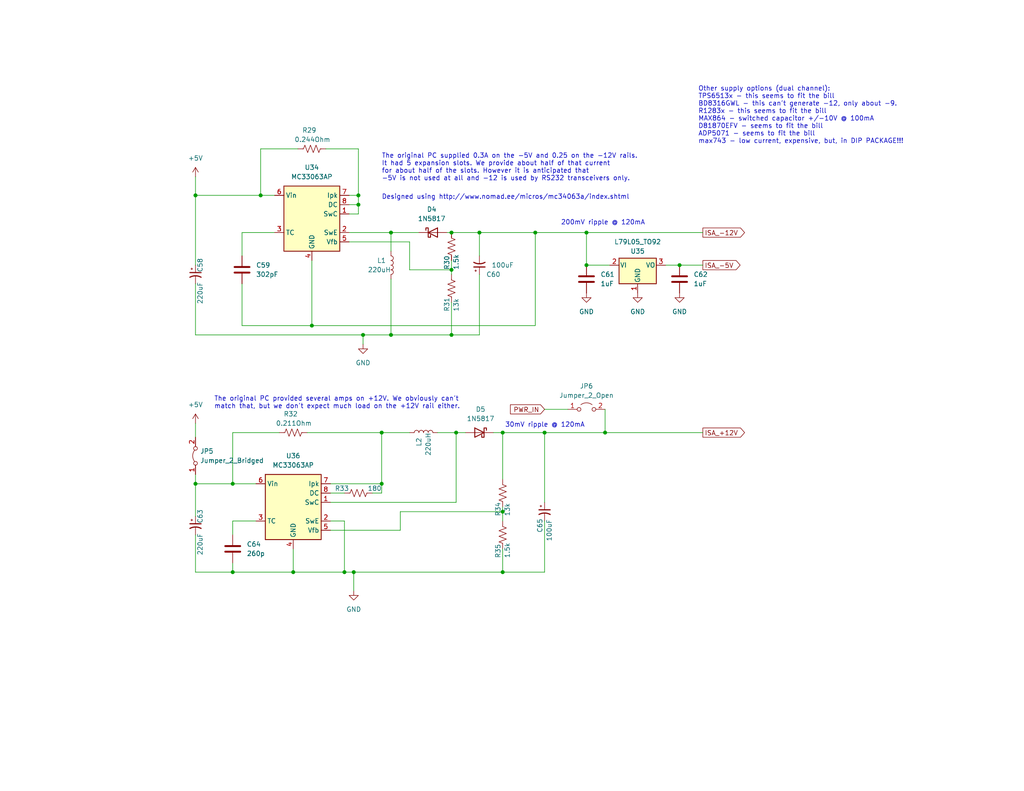
<source format=kicad_sch>
(kicad_sch (version 20231120) (generator "eeschema") (generator_version "8.0")
  (paper "USLetter")
  (title_block (title "ISA Power Supplies"))
  (lib_symbols
    (symbol "Device:C" (pin_numbers hide) (pin_names (offset 0.254))
      (property "Reference" "C" (at 0.635 2.54 0))
      (property "Value" "C" (at 0.635 -2.54 0))
      (symbol "C_0_1"
        (polyline (pts (xy -2.032 -0.762) (xy 2.032 -0.762)) (stroke (width 0.508)))
        (polyline (pts (xy -2.032 0.762) (xy 2.032 0.762)) (stroke (width 0.508)))
      )
      (symbol "C_1_1"
        (pin passive line (at 0 3.81 270) (length 2.794) (name "~") (number "1"))
        (pin passive line (at 0 -3.81 90) (length 2.794) (name "~") (number "2"))
      )
    )
    (symbol "Device:C_Polarized_Small_US" (pin_numbers hide) (pin_names (offset 0.254) hide)
      (property "Reference" "C" (at 0.254 1.778 0))
      (property "Value" "C_Polarized_Small_US" (at 0.254 -2.032 0))
      (symbol "C_Polarized_Small_US_0_1"
        (polyline (pts (xy -1.524 0.508) (xy 1.524 0.508)) (stroke (width 0.3048)))
        (polyline (pts (xy -1.27 1.524) (xy -0.762 1.524)))
        (polyline (pts (xy -1.016 1.27) (xy -1.016 1.778)))
        (arc (start 1.524 -0.762) (mid 0 -0.3734) (end -1.524 -0.762) (stroke (width 0.3048)))
      )
      (symbol "C_Polarized_Small_US_1_1"
        (pin passive line (at 0 2.54 270) (length 2.032) (name "~") (number "1"))
        (pin passive line (at 0 -2.54 90) (length 2.032) (name "~") (number "2"))
      )
    )
    (symbol "Device:L" (pin_numbers hide) (pin_names (offset 1.016) hide)
      (property "Reference" "L" (at -1.27 0 90))
      (property "Value" "L" (at 1.905 0 90))
      (symbol "L_0_1"
        (arc (start 0 -2.54) (mid 0.6323 -1.905) (end 0 -1.27))
        (arc (start 0 -1.27) (mid 0.6323 -0.635) (end 0 0))
        (arc (start 0 0) (mid 0.6323 0.635) (end 0 1.27))
        (arc (start 0 1.27) (mid 0.6323 1.905) (end 0 2.54))
      )
      (symbol "L_1_1"
        (pin passive line (at 0 3.81 270) (length 1.27) (name "1") (number "1"))
        (pin passive line (at 0 -3.81 90) (length 1.27) (name "2") (number "2"))
      )
    )
    (symbol "Device:R_US" (pin_numbers hide) (pin_names (offset 0))
      (property "Reference" "R" (at 2.54 0 90))
      (property "Value" "R_US" (at -2.54 0 90))
      (symbol "R_US_0_1"
        (polyline (pts (xy 0 -2.286) (xy 0 -2.54)))
        (polyline (pts (xy 0 2.286) (xy 0 2.54)))
        (polyline (pts (xy 0 -0.762) (xy 1.016 -1.143) (xy 0 -1.524) (xy -1.016 -1.905) (xy 0 -2.286)))
        (polyline (pts (xy 0 0.762) (xy 1.016 0.381) (xy 0 0) (xy -1.016 -0.381) (xy 0 -0.762)))
        (polyline (pts (xy 0 2.286) (xy 1.016 1.905) (xy 0 1.524) (xy -1.016 1.143) (xy 0 0.762)))
      )
      (symbol "R_US_1_1"
        (pin passive line (at 0 3.81 270) (length 1.27) (name "~") (number "1"))
        (pin passive line (at 0 -3.81 90) (length 1.27) (name "~") (number "2"))
      )
    )
    (symbol "Diode:1N5817" (pin_numbers hide) (pin_names (offset 1.016) hide)
      (property "Reference" "D" (at 0 2.54 0))
      (property "Value" "1N5817" (at 0 -2.54 0))
      (symbol "1N5817_0_1"
        (polyline (pts (xy 1.27 0) (xy -1.27 0)))
        (polyline (pts (xy 1.27 1.27) (xy 1.27 -1.27) (xy -1.27 0) (xy 1.27 1.27)) (stroke (width 0.254)))
        (polyline (pts (xy -1.905 0.635) (xy -1.905 1.27) (xy -1.27 1.27) (xy -1.27 -1.27) (xy -0.635 -1.27) (xy -0.635 -0.635)) (stroke (width 0.254)))
      )
      (symbol "1N5817_1_1"
        (pin passive line (at -3.81 0 0) (length 2.54) (name "K") (number "1"))
        (pin passive line (at 3.81 0 180) (length 2.54) (name "A") (number "2"))
      )
    )
    (symbol "Jumper:Jumper_2_Bridged" (pin_names (offset 0) hide)
      (property "Reference" "JP" (at 0 1.905 0))
      (property "Value" "Jumper_2_Bridged" (at 0 -2.54 0))
      (symbol "Jumper_2_Bridged_0_0"
        (circle (center -2.032 0) (radius 0.508))
        (circle (center 2.032 0) (radius 0.508))
      )
      (symbol "Jumper_2_Bridged_0_1"
        (arc (start 1.524 0.254) (mid 0 0.762) (end -1.524 0.254))
      )
      (symbol "Jumper_2_Bridged_1_1"
        (pin passive line (at -5.08 0 0) (length 2.54) (name "A") (number "1"))
        (pin passive line (at 5.08 0 180) (length 2.54) (name "B") (number "2"))
      )
    )
    (symbol "Jumper:Jumper_2_Open" (pin_names (offset 0) hide)
      (property "Reference" "JP" (at 0 2.794 0))
      (property "Value" "Jumper_2_Open" (at 0 -2.286 0))
      (symbol "Jumper_2_Open_0_0"
        (circle (center -2.032 0) (radius 0.508))
        (circle (center 2.032 0) (radius 0.508))
      )
      (symbol "Jumper_2_Open_0_1"
        (arc (start 1.524 1.27) (mid 0 1.778) (end -1.524 1.27))
      )
      (symbol "Jumper_2_Open_1_1"
        (pin passive line (at -5.08 0 0) (length 2.54) (name "A") (number "1"))
        (pin passive line (at 5.08 0 180) (length 2.54) (name "B") (number "2"))
      )
    )
    (symbol "Regulator_Linear:L79L05_TO92" (pin_names (offset 0.254))
      (property "Reference" "U" (at -3.81 -3.175 0))
      (property "Value" "L79L05_TO92" (at 0 -3.175 0))
      (symbol "L79L05_TO92_0_1"
        (rectangle (start -5.08 5.08) (end 5.08 -1.905) (stroke (width 0.254)) (fill (type background)))
      )
      (symbol "L79L05_TO92_1_1"
        (pin power_in line (at 0 7.62 270) (length 2.54) (name "GND") (number "1"))
        (pin power_in line (at -7.62 0 0) (length 2.54) (name "VI") (number "2"))
        (pin power_out line (at 7.62 0 180) (length 2.54) (name "VO") (number "3"))
      )
    )
    (symbol "Regulator_Switching:MC33063AP"
      (property "Reference" "U" (at -7.62 8.89 0))
      (property "Value" "MC33063AP" (at 0 8.89 0))
      (symbol "MC33063AP_0_1"
        (rectangle (start -7.62 7.62) (end 7.62 -10.16) (stroke (width 0.254)) (fill (type background)))
      )
      (symbol "MC33063AP_1_1"
        (pin open_collector line (at 10.16 0 180) (length 2.54) (name "SwC") (number "1"))
        (pin open_emitter line (at 10.16 -5.08 180) (length 2.54) (name "SwE") (number "2"))
        (pin passive line (at -10.16 -5.08 0) (length 2.54) (name "TC") (number "3"))
        (pin power_in line (at 0 -12.7 90) (length 2.54) (name "GND") (number "4"))
        (pin input line (at 10.16 -7.62 180) (length 2.54) (name "Vfb") (number "5"))
        (pin power_in line (at -10.16 5.08 0) (length 2.54) (name "Vin") (number "6"))
        (pin input line (at 10.16 5.08 180) (length 2.54) (name "Ipk") (number "7"))
        (pin open_collector line (at 10.16 2.54 180) (length 2.54) (name "DC") (number "8"))
      )
    )
    (symbol "power:+5V" (power) (pin_names (offset 0))
      (property "Value" "+5V" (at 0 3.556 0))
      (symbol "+5V_0_1"
        (polyline (pts (xy -0.762 1.27) (xy 0 2.54)))
        (polyline (pts (xy 0 0) (xy 0 2.54)))
        (polyline (pts (xy 0 2.54) (xy 0.762 1.27)))
      )
      (symbol "+5V_1_1"
        (pin power_in line (at 0 0 90) (length 0) hide (name "+5V") (number "1"))
      )
    )
    (symbol "power:GND" (power) (pin_names (offset 0))
      (property "Value" "GND" (at 0 -3.81 0))
      (symbol "GND_0_1"
        (polyline (pts (xy 0 0) (xy 0 -1.27) (xy 1.27 -1.27) (xy 0 -2.54) (xy -1.27 -1.27) (xy 0 -1.27)))
      )
      (symbol "GND_1_1"
        (pin power_in line (at 0 0 270) (length 0) hide (name "GND") (number "1"))
      )
    )
  )
  (junction (at 53.34 53.34))
  (junction (at 97.79 55.88))
  (junction (at 93.98 156.21))
  (junction (at 71.12 53.34))
  (junction (at 165.1 118.11))
  (junction (at 97.79 53.34))
  (junction (at 185.42 72.39))
  (junction (at 96.52 156.21))
  (junction (at 124.46 118.11))
  (junction (at 53.34 132.08))
  (junction (at 130.81 63.5))
  (junction (at 63.5 132.08))
  (junction (at 123.19 73.66))
  (junction (at 80.01 156.21))
  (junction (at 104.14 132.08))
  (junction (at 137.16 139.7))
  (junction (at 63.5 156.21))
  (junction (at 123.19 91.44))
  (junction (at 123.19 63.5))
  (junction (at 137.16 118.11))
  (junction (at 104.14 118.11))
  (junction (at 148.59 118.11))
  (junction (at 137.16 156.21))
  (junction (at 99.06 91.44))
  (junction (at 146.05 63.5))
  (junction (at 106.68 63.5))
  (junction (at 106.68 91.44))
  (junction (at 160.02 63.5))
  (junction (at 160.02 72.39))
  (junction (at 85.09 88.9))
  (wire (pts (xy 124.46 118.11) (xy 127 118.11)))
  (wire (pts (xy 99.06 91.44) (xy 99.06 93.98)))
  (wire (pts (xy 166.37 72.39) (xy 160.02 72.39)))
  (wire (pts (xy 160.02 63.5) (xy 160.02 72.39)))
  (wire (pts (xy 63.5 132.08) (xy 63.5 118.11)))
  (wire (pts (xy 63.5 156.21) (xy 80.01 156.21)))
  (wire (pts (xy 96.52 156.21) (xy 137.16 156.21)))
  (wire (pts (xy 148.59 137.16) (xy 148.59 118.11)))
  (wire (pts (xy 123.19 71.12) (xy 123.19 73.66)))
  (wire (pts (xy 88.9 40.64) (xy 97.79 40.64)))
  (wire (pts (xy 111.76 66.04) (xy 95.25 66.04)))
  (wire (pts (xy 53.34 146.05) (xy 53.34 156.21)))
  (wire (pts (xy 148.59 142.24) (xy 148.59 156.21)))
  (wire (pts (xy 165.1 118.11) (xy 191.77 118.11)))
  (wire (pts (xy 97.79 53.34) (xy 97.79 55.88)))
  (wire (pts (xy 93.98 142.24) (xy 93.98 156.21)))
  (wire (pts (xy 53.34 77.47) (xy 53.34 91.44)))
  (wire (pts (xy 123.19 73.66) (xy 111.76 73.66)))
  (wire (pts (xy 137.16 118.11) (xy 137.16 130.81)))
  (wire (pts (xy 123.19 63.5) (xy 121.92 63.5)))
  (wire (pts (xy 71.12 40.64) (xy 71.12 53.34)))
  (wire (pts (xy 148.59 111.76) (xy 154.94 111.76)))
  (wire (pts (xy 71.12 53.34) (xy 53.34 53.34)))
  (wire (pts (xy 90.17 132.08) (xy 104.14 132.08)))
  (wire (pts (xy 95.25 58.42) (xy 97.79 58.42)))
  (wire (pts (xy 93.98 156.21) (xy 80.01 156.21)))
  (wire (pts (xy 80.01 156.21) (xy 80.01 149.86)))
  (wire (pts (xy 74.93 63.5) (xy 66.04 63.5)))
  (wire (pts (xy 83.82 118.11) (xy 104.14 118.11)))
  (wire (pts (xy 53.34 91.44) (xy 99.06 91.44)))
  (wire (pts (xy 53.34 132.08) (xy 63.5 132.08)))
  (wire (pts (xy 63.5 146.05) (xy 63.5 142.24)))
  (wire (pts (xy 123.19 82.55) (xy 123.19 91.44)))
  (wire (pts (xy 109.22 144.78) (xy 109.22 139.7)))
  (wire (pts (xy 119.38 118.11) (xy 124.46 118.11)))
  (wire (pts (xy 130.81 63.5) (xy 146.05 63.5)))
  (wire (pts (xy 130.81 69.85) (xy 130.81 63.5)))
  (wire (pts (xy 53.34 129.54) (xy 53.34 132.08)))
  (wire (pts (xy 93.98 156.21) (xy 96.52 156.21)))
  (wire (pts (xy 63.5 153.67) (xy 63.5 156.21)))
  (wire (pts (xy 137.16 139.7) (xy 137.16 142.24)))
  (wire (pts (xy 137.16 138.43) (xy 137.16 139.7)))
  (wire (pts (xy 160.02 63.5) (xy 191.77 63.5)))
  (wire (pts (xy 148.59 118.11) (xy 165.1 118.11)))
  (wire (pts (xy 95.25 53.34) (xy 97.79 53.34)))
  (wire (pts (xy 53.34 53.34) (xy 53.34 72.39)))
  (wire (pts (xy 53.34 132.08) (xy 53.34 140.97)))
  (wire (pts (xy 85.09 88.9) (xy 146.05 88.9)))
  (wire (pts (xy 53.34 156.21) (xy 63.5 156.21)))
  (wire (pts (xy 165.1 111.76) (xy 165.1 118.11)))
  (wire (pts (xy 137.16 156.21) (xy 148.59 156.21)))
  (wire (pts (xy 104.14 118.11) (xy 104.14 132.08)))
  (wire (pts (xy 90.17 144.78) (xy 109.22 144.78)))
  (wire (pts (xy 81.28 40.64) (xy 71.12 40.64)))
  (wire (pts (xy 90.17 142.24) (xy 93.98 142.24)))
  (wire (pts (xy 123.19 91.44) (xy 130.81 91.44)))
  (wire (pts (xy 97.79 55.88) (xy 95.25 55.88)))
  (wire (pts (xy 66.04 63.5) (xy 66.04 69.85)))
  (wire (pts (xy 63.5 118.11) (xy 76.2 118.11)))
  (wire (pts (xy 185.42 72.39) (xy 191.77 72.39)))
  (wire (pts (xy 124.46 137.16) (xy 90.17 137.16)))
  (wire (pts (xy 130.81 63.5) (xy 123.19 63.5)))
  (wire (pts (xy 137.16 149.86) (xy 137.16 156.21)))
  (wire (pts (xy 124.46 118.11) (xy 124.46 137.16)))
  (wire (pts (xy 123.19 73.66) (xy 123.19 74.93)))
  (wire (pts (xy 146.05 63.5) (xy 146.05 88.9)))
  (wire (pts (xy 137.16 118.11) (xy 134.62 118.11)))
  (wire (pts (xy 90.17 134.62) (xy 93.98 134.62)))
  (wire (pts (xy 104.14 132.08) (xy 104.14 134.62)))
  (wire (pts (xy 63.5 142.24) (xy 69.85 142.24)))
  (wire (pts (xy 97.79 58.42) (xy 97.79 55.88)))
  (wire (pts (xy 66.04 77.47) (xy 66.04 88.9)))
  (wire (pts (xy 63.5 132.08) (xy 69.85 132.08)))
  (wire (pts (xy 181.61 72.39) (xy 185.42 72.39)))
  (wire (pts (xy 109.22 139.7) (xy 137.16 139.7)))
  (wire (pts (xy 53.34 115.57) (xy 53.34 119.38)))
  (wire (pts (xy 106.68 76.2) (xy 106.68 91.44)))
  (wire (pts (xy 106.68 91.44) (xy 123.19 91.44)))
  (wire (pts (xy 137.16 118.11) (xy 148.59 118.11)))
  (wire (pts (xy 104.14 118.11) (xy 111.76 118.11)))
  (wire (pts (xy 146.05 63.5) (xy 160.02 63.5)))
  (wire (pts (xy 85.09 71.12) (xy 85.09 88.9)))
  (wire (pts (xy 97.79 40.64) (xy 97.79 53.34)))
  (wire (pts (xy 96.52 161.29) (xy 96.52 156.21)))
  (wire (pts (xy 71.12 53.34) (xy 74.93 53.34)))
  (wire (pts (xy 66.04 88.9) (xy 85.09 88.9)))
  (wire (pts (xy 106.68 63.5) (xy 114.3 63.5)))
  (wire (pts (xy 130.81 74.93) (xy 130.81 91.44)))
  (wire (pts (xy 106.68 63.5) (xy 106.68 68.58)))
  (wire (pts (xy 95.25 63.5) (xy 106.68 63.5)))
  (wire (pts (xy 104.14 134.62) (xy 101.6 134.62)))
  (wire (pts (xy 99.06 91.44) (xy 106.68 91.44)))
  (wire (pts (xy 111.76 73.66) (xy 111.76 66.04)))
  (wire (pts (xy 53.34 48.26) (xy 53.34 53.34)))
  (text "The original PC supplied 0.3A on the -5V and 0.25 on the -12V rails.\nIt had 5 expansion slots. We provide about half of that current\nfor about half of the slots. However it is anticipated that\n-5V is not used at all and -12 is used by RS232 transceivers only." (at 104.14 49.53 0) (effects (font (size 1.27 1.27)) (justify left bottom)))
  (text "The original PC provided several amps on +12V. We obviously can't\nmatch that, but we don't expect much load on the +12V rail either.\n" (at 58.42 111.76 0) (effects (font (size 1.27 1.27)) (justify left bottom)))
  (text "30mV ripple @ 120mA" (at 137.795 116.84 0) (effects (font (size 1.27 1.27)) (justify left bottom)))
  (text "200mV ripple @ 120mA" (at 153.035 61.595 0) (effects (font (size 1.27 1.27)) (justify left bottom)))
  (text "Designed using http://www.nomad.ee/micros/mc34063a/index.shtml" (at 104.14 54.61 0) (effects (font (size 1.27 1.27)) (justify left bottom)))
  (text "Other supply options (dual channel):\nTPS6513x - this seems to fit the bill\nBD8316GWL - this can't generate -12, only about -9.\nR1283x - this seems to fit the bill\nMAX864 - switched capacitor +/-10V @ 100mA\nD81870EFV - seems to fit the bill\nADP5071 - seems to fit the bill\nmax743 - low current, expensive, but, in DIP PACKAGE!!!" (at 190.5 39.37 0) (effects (font (size 1.27 1.27)) (justify left bottom)))
  (global_label "ISA_-12V" (shape output) (at 191.77 63.5 0) (property "Intersheetrefs" "${INTERSHEET_REFS}" (effects (hide yes))))
  (global_label "PWR_IN" (shape input) (at 148.59 111.76 180) (property "Intersheetrefs" "${INTERSHEET_REFS}" (effects (hide yes))))
  (global_label "ISA_-5V" (shape output) (at 191.77 72.39 0) (property "Intersheetrefs" "${INTERSHEET_REFS}" (effects (hide yes))))
  (global_label "ISA_+12V" (shape output) (at 191.77 118.11 0) (property "Intersheetrefs" "${INTERSHEET_REFS}" (effects (hide yes))))
  (symbol (lib_id "Device:C") (at 185.42 76.2 0) (unit 1)
    (property "Reference" "C62" (at 189.23 74.93 0) (effects (justify left)))
    (property "Value" "1uF" (at 189.23 77.47 0) (effects (justify left)))
    (property "Footprint" "Capacitor_THT:C_Disc_D4.7mm_W2.5mm_P5.00mm" (effects (hide yes)))
    (property "mpf#" "FG28X5R1H105KRT06" (effects (hide yes)))
  )
  (symbol (lib_id "Device:C_Polarized_Small_US") (at 130.81 72.39 0) (mirror x) (unit 1)
    (property "Reference" "C60" (at 134.62 74.93 0))
    (property "Value" "100uF" (at 137.16 72.39 0))
    (property "Footprint" "Capacitor_THT:CP_Radial_D6.3mm_P2.50mm" (effects (hide yes)))
    (property "mfp#" "860020473008" (effects (hide yes)))
  )
  (symbol (lib_id "Device:R_US") (at 85.09 40.64 90) (unit 1)
    (property "Reference" "R29" (at 86.36 35.56 90) (effects (justify left)))
    (property "Value" "0.244Ohm" (at 90.17 38.1 90) (effects (justify left)))
    (property "Footprint" "Resistor_THT:R_Axial_DIN0204_L3.6mm_D1.6mm_P5.08mm_Horizontal" (effects (hide yes)))
  )
  (symbol (lib_id "Device:R_US") (at 80.01 118.11 90) (unit 1)
    (property "Reference" "R32" (at 81.28 113.03 90) (effects (justify left)))
    (property "Value" "0.211Ohm" (at 85.09 115.57 90) (effects (justify left)))
    (property "Footprint" "Resistor_THT:R_Axial_DIN0204_L3.6mm_D1.6mm_P5.08mm_Horizontal" (effects (hide yes)))
  )
  (symbol (lib_id "Device:R_US") (at 137.16 146.05 0) (unit 1)
    (property "Reference" "R35" (at 135.89 152.4 90) (effects (justify left)))
    (property "Value" "1.5k" (at 138.43 152.4 90) (effects (justify left)))
    (property "Footprint" "Resistor_THT:R_Axial_DIN0204_L3.6mm_D1.6mm_P5.08mm_Horizontal" (effects (hide yes)))
  )
  (symbol (lib_id "Device:R_US") (at 137.16 134.62 0) (unit 1)
    (property "Reference" "R34" (at 135.89 140.97 90) (effects (justify left)))
    (property "Value" "13k" (at 138.43 140.97 90) (effects (justify left)))
    (property "Footprint" "Resistor_THT:R_Axial_DIN0204_L3.6mm_D1.6mm_P5.08mm_Horizontal" (effects (hide yes)))
  )
  (symbol (lib_id "power:GND") (at 99.06 93.98 0) (unit 1)
    (property "Reference" "#PWR0222" (effects (hide yes)))
    (property "Value" "GND" (at 99.06 99.06 0))
  )
  (symbol (lib_id "power:+5V") (at 53.34 115.57 0) (unit 1)
    (property "Reference" "#PWR0243" (effects (hide yes)))
    (property "Value" "+5V" (at 53.34 110.49 0))
  )
  (symbol (lib_id "Jumper:Jumper_2_Open") (at 160.02 111.76 0) (unit 1)
    (property "Reference" "JP6" (at 160.02 105.41 0))
    (property "Value" "Jumper_2_Open" (at 160.02 107.95 0))
    (property "Footprint" "Connector_PinHeader_2.54mm:PinHeader_1x02_P2.54mm_Vertical" (effects (hide yes)))
  )
  (symbol (lib_id "Regulator_Switching:MC33063AP") (at 80.01 137.16 0) (unit 1)
    (property "Reference" "U36" (at 80.01 124.46 0))
    (property "Value" "MC33063AP" (at 80.01 127 0))
    (property "Footprint" "Package_DIP:DIP-8_W7.62mm_LongPads" (effects (hide yes)))
    (property "Datasheet" "http://www.onsemi.com/pub_link/Collateral/MC34063A-D.PDF" (effects (hide yes)))
  )
  (symbol (lib_id "Device:R_US") (at 97.79 134.62 90) (unit 1)
    (property "Reference" "R33" (at 95.25 133.35 90) (effects (justify left)))
    (property "Value" "180" (at 104.14 133.35 90) (effects (justify left)))
    (property "Footprint" "Resistor_THT:R_Axial_DIN0204_L3.6mm_D1.6mm_P5.08mm_Horizontal" (effects (hide yes)))
  )
  (symbol (lib_id "Device:C_Polarized_Small_US") (at 53.34 143.51 0) (unit 1)
    (property "Reference" "C63" (at 54.61 140.97 90))
    (property "Value" "220uF" (at 54.61 148.59 90))
    (property "Footprint" "Capacitor_THT:CP_Radial_D6.3mm_P2.50mm" (effects (hide yes)))
    (property "mfp#" "860020273009" (effects (hide yes)))
  )
  (symbol (lib_id "Device:C_Polarized_Small_US") (at 53.34 74.93 0) (unit 1)
    (property "Reference" "C58" (at 54.61 72.39 90))
    (property "Value" "220uF" (at 54.61 80.01 90))
    (property "Footprint" "Capacitor_THT:CP_Radial_D6.3mm_P2.50mm" (effects (hide yes)))
    (property "Field4mfp#" "860020273009" (effects (hide yes)))
  )
  (symbol (lib_id "power:GND") (at 185.42 80.01 0) (unit 1)
    (property "Reference" "#PWR0242" (effects (hide yes)))
    (property "Value" "GND" (at 185.42 85.09 0))
  )
  (symbol (lib_id "Regulator_Linear:L79L05_TO92") (at 173.99 72.39 0) (mirror x) (unit 1)
    (property "Reference" "U35" (at 173.99 68.58 0))
    (property "Value" "L79L05_TO92" (at 173.99 66.04 0))
    (property "Footprint" "Package_TO_SOT_THT:TO-92_Inline" (effects (hide yes)))
    (property "Datasheet" "http://www.farnell.com/datasheets/1827870.pdf" (effects (hide yes)))
  )
  (symbol (lib_id "Device:C") (at 63.5 149.86 0) (unit 1)
    (property "Reference" "C64" (at 67.31 148.59 0) (effects (justify left)))
    (property "Value" "260p" (at 67.31 151.13 0) (effects (justify left)))
    (property "Footprint" "Capacitor_THT:C_Disc_D4.7mm_W2.5mm_P5.00mm" (effects (hide yes)))
    (property "mpf#" "FG28X5R1H105KRT06" (effects (hide yes)))
  )
  (symbol (lib_id "Device:R_US") (at 123.19 78.74 0) (unit 1)
    (property "Reference" "R31" (at 121.92 85.09 90) (effects (justify left)))
    (property "Value" "13k" (at 124.46 85.09 90) (effects (justify left)))
    (property "Footprint" "Resistor_THT:R_Axial_DIN0204_L3.6mm_D1.6mm_P5.08mm_Horizontal" (effects (hide yes)))
  )
  (symbol (lib_id "Diode:1N5817") (at 118.11 63.5 0) (unit 1)
    (property "Reference" "D4" (at 117.7925 57.15 0))
    (property "Value" "1N5817" (at 117.7925 59.69 0))
    (property "Footprint" "Diode_THT:D_DO-41_SOD81_P10.16mm_Horizontal" (effects (hide yes)))
    (property "Datasheet" "http://www.vishay.com/docs/88525/1n5817.pdf" (effects (hide yes)))
  )
  (symbol (lib_id "Regulator_Switching:MC33063AP") (at 85.09 58.42 0) (unit 1)
    (property "Reference" "U34" (at 85.09 45.72 0))
    (property "Value" "MC33063AP" (at 85.09 48.26 0))
    (property "Footprint" "Package_DIP:DIP-8_W7.62mm_LongPads" (effects (hide yes)))
    (property "Datasheet" "http://www.onsemi.com/pub_link/Collateral/MC34063A-D.PDF" (effects (hide yes)))
  )
  (symbol (lib_id "Diode:1N5817") (at 130.81 118.11 0) (mirror y) (unit 1)
    (property "Reference" "D5" (at 131.1275 111.76 0))
    (property "Value" "1N5817" (at 131.1275 114.3 0))
    (property "Footprint" "Diode_THT:D_DO-41_SOD81_P10.16mm_Horizontal" (effects (hide yes)))
    (property "Datasheet" "http://www.vishay.com/docs/88525/1n5817.pdf" (effects (hide yes)))
  )
  (symbol (lib_id "Device:C_Polarized_Small_US") (at 148.59 139.7 0) (unit 1)
    (property "Reference" "C65" (at 147.32 143.51 90))
    (property "Value" "100uF" (at 149.86 144.78 90))
    (property "Footprint" "Capacitor_THT:CP_Radial_D6.3mm_P2.50mm" (effects (hide yes)))
    (property "mfp#" "860020473008" (effects (hide yes)))
  )
  (symbol (lib_id "power:GND") (at 173.99 80.01 0) (unit 1)
    (property "Reference" "#PWR0241" (effects (hide yes)))
    (property "Value" "GND" (at 173.99 85.09 0))
  )
  (symbol (lib_id "Device:C") (at 160.02 76.2 0) (unit 1)
    (property "Reference" "C61" (at 163.83 74.93 0) (effects (justify left)))
    (property "Value" "1uF" (at 163.83 77.47 0) (effects (justify left)))
    (property "Footprint" "Capacitor_THT:C_Disc_D4.7mm_W2.5mm_P5.00mm" (effects (hide yes)))
    (property "mpf#" "FG28X5R1H105KRT06" (effects (hide yes)))
  )
  (symbol (lib_id "Device:L") (at 106.68 72.39 0) (unit 1)
    (property "Reference" "L1" (at 102.87 71.12 0) (effects (justify left)))
    (property "Value" "220uH" (at 100.33 73.66 0) (effects (justify left)))
    (property "Footprint" "Inductor_THT:L_Radial_D8.7mm_P5.00mm_Fastron_07HCP" (effects (hide yes)))
    (property "Datasheet" "DRC-V-270K, but CHECK FOOTPRINT!!!" (effects (hide yes)))
    (property "mfp#" "RLB09140-221KL" (effects (hide yes)))
  )
  (symbol (lib_id "power:GND") (at 96.52 161.29 0) (unit 1)
    (property "Reference" "#PWR0244" (effects (hide yes)))
    (property "Value" "GND" (at 96.52 166.37 0))
  )
  (symbol (lib_id "Device:R_US") (at 123.19 67.31 0) (unit 1)
    (property "Reference" "R30" (at 121.92 73.66 90) (effects (justify left)))
    (property "Value" "1.5k" (at 124.46 73.66 90) (effects (justify left)))
    (property "Footprint" "Resistor_THT:R_Axial_DIN0204_L3.6mm_D1.6mm_P5.08mm_Horizontal" (effects (hide yes)))
  )
  (symbol (lib_id "Device:C") (at 66.04 73.66 0) (unit 1)
    (property "Reference" "C59" (at 69.85 72.39 0) (effects (justify left)))
    (property "Value" "302pF" (at 69.85 74.93 0) (effects (justify left)))
    (property "Footprint" "Capacitor_THT:C_Disc_D4.7mm_W2.5mm_P5.00mm" (effects (hide yes)))
    (property "mpf#" "FG28X5R1H105KRT06" (effects (hide yes)))
  )
  (symbol (lib_id "power:GND") (at 160.02 80.01 0) (unit 1)
    (property "Reference" "#PWR0227" (effects (hide yes)))
    (property "Value" "GND" (at 160.02 85.09 0))
  )
  (symbol (lib_id "Device:L") (at 115.57 118.11 90) (unit 1)
    (property "Reference" "L2" (at 114.3 121.92 0) (effects (justify left)))
    (property "Value" "220uH" (at 116.84 124.46 0) (effects (justify left)))
    (property "Footprint" "Inductor_THT:L_Radial_D8.7mm_P5.00mm_Fastron_07HCP" (effects (hide yes)))
    (property "mfp#" "RLB09140-221KL" (effects (hide yes)))
  )
  (symbol (lib_id "Jumper:Jumper_2_Bridged") (at 53.34 124.46 90) (unit 1)
    (property "Reference" "JP5" (at 54.61 123.19 90) (effects (justify right)))
    (property "Value" "Jumper_2_Bridged" (at 54.61 125.73 90) (effects (justify right)))
    (property "Footprint" "Connector_PinHeader_2.54mm:PinHeader_1x02_P2.54mm_Vertical" (effects (hide yes)))
  )
  (symbol (lib_id "power:+5V") (at 53.34 48.26 0) (unit 1)
    (property "Reference" "#PWR0210" (effects (hide yes)))
    (property "Value" "+5V" (at 53.34 43.18 0))
  )
)
</source>
